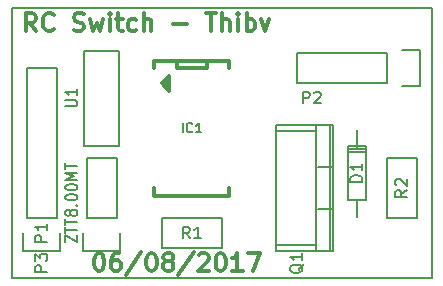
<source format=gto>
G04 #@! TF.FileFunction,Legend,Top*
%FSLAX46Y46*%
G04 Gerber Fmt 4.6, Leading zero omitted, Abs format (unit mm)*
G04 Created by KiCad (PCBNEW 4.0.2+dfsg1-stable) date dim. 06 août 2017 22:37:32 CEST*
%MOMM*%
G01*
G04 APERTURE LIST*
%ADD10C,0.100000*%
%ADD11C,0.300000*%
%ADD12C,0.200000*%
%ADD13C,0.150000*%
%ADD14C,0.350000*%
%ADD15C,0.127000*%
G04 APERTURE END LIST*
D10*
D11*
X139407144Y-116018571D02*
X139550001Y-116018571D01*
X139692858Y-116090000D01*
X139764287Y-116161429D01*
X139835716Y-116304286D01*
X139907144Y-116590000D01*
X139907144Y-116947143D01*
X139835716Y-117232857D01*
X139764287Y-117375714D01*
X139692858Y-117447143D01*
X139550001Y-117518571D01*
X139407144Y-117518571D01*
X139264287Y-117447143D01*
X139192858Y-117375714D01*
X139121430Y-117232857D01*
X139050001Y-116947143D01*
X139050001Y-116590000D01*
X139121430Y-116304286D01*
X139192858Y-116161429D01*
X139264287Y-116090000D01*
X139407144Y-116018571D01*
X141192858Y-116018571D02*
X140907144Y-116018571D01*
X140764287Y-116090000D01*
X140692858Y-116161429D01*
X140550001Y-116375714D01*
X140478572Y-116661429D01*
X140478572Y-117232857D01*
X140550001Y-117375714D01*
X140621429Y-117447143D01*
X140764287Y-117518571D01*
X141050001Y-117518571D01*
X141192858Y-117447143D01*
X141264287Y-117375714D01*
X141335715Y-117232857D01*
X141335715Y-116875714D01*
X141264287Y-116732857D01*
X141192858Y-116661429D01*
X141050001Y-116590000D01*
X140764287Y-116590000D01*
X140621429Y-116661429D01*
X140550001Y-116732857D01*
X140478572Y-116875714D01*
X143050000Y-115947143D02*
X141764286Y-117875714D01*
X143835715Y-116018571D02*
X143978572Y-116018571D01*
X144121429Y-116090000D01*
X144192858Y-116161429D01*
X144264287Y-116304286D01*
X144335715Y-116590000D01*
X144335715Y-116947143D01*
X144264287Y-117232857D01*
X144192858Y-117375714D01*
X144121429Y-117447143D01*
X143978572Y-117518571D01*
X143835715Y-117518571D01*
X143692858Y-117447143D01*
X143621429Y-117375714D01*
X143550001Y-117232857D01*
X143478572Y-116947143D01*
X143478572Y-116590000D01*
X143550001Y-116304286D01*
X143621429Y-116161429D01*
X143692858Y-116090000D01*
X143835715Y-116018571D01*
X145192858Y-116661429D02*
X145050000Y-116590000D01*
X144978572Y-116518571D01*
X144907143Y-116375714D01*
X144907143Y-116304286D01*
X144978572Y-116161429D01*
X145050000Y-116090000D01*
X145192858Y-116018571D01*
X145478572Y-116018571D01*
X145621429Y-116090000D01*
X145692858Y-116161429D01*
X145764286Y-116304286D01*
X145764286Y-116375714D01*
X145692858Y-116518571D01*
X145621429Y-116590000D01*
X145478572Y-116661429D01*
X145192858Y-116661429D01*
X145050000Y-116732857D01*
X144978572Y-116804286D01*
X144907143Y-116947143D01*
X144907143Y-117232857D01*
X144978572Y-117375714D01*
X145050000Y-117447143D01*
X145192858Y-117518571D01*
X145478572Y-117518571D01*
X145621429Y-117447143D01*
X145692858Y-117375714D01*
X145764286Y-117232857D01*
X145764286Y-116947143D01*
X145692858Y-116804286D01*
X145621429Y-116732857D01*
X145478572Y-116661429D01*
X147478571Y-115947143D02*
X146192857Y-117875714D01*
X147907143Y-116161429D02*
X147978572Y-116090000D01*
X148121429Y-116018571D01*
X148478572Y-116018571D01*
X148621429Y-116090000D01*
X148692858Y-116161429D01*
X148764286Y-116304286D01*
X148764286Y-116447143D01*
X148692858Y-116661429D01*
X147835715Y-117518571D01*
X148764286Y-117518571D01*
X149692857Y-116018571D02*
X149835714Y-116018571D01*
X149978571Y-116090000D01*
X150050000Y-116161429D01*
X150121429Y-116304286D01*
X150192857Y-116590000D01*
X150192857Y-116947143D01*
X150121429Y-117232857D01*
X150050000Y-117375714D01*
X149978571Y-117447143D01*
X149835714Y-117518571D01*
X149692857Y-117518571D01*
X149550000Y-117447143D01*
X149478571Y-117375714D01*
X149407143Y-117232857D01*
X149335714Y-116947143D01*
X149335714Y-116590000D01*
X149407143Y-116304286D01*
X149478571Y-116161429D01*
X149550000Y-116090000D01*
X149692857Y-116018571D01*
X151621428Y-117518571D02*
X150764285Y-117518571D01*
X151192857Y-117518571D02*
X151192857Y-116018571D01*
X151050000Y-116232857D01*
X150907142Y-116375714D01*
X150764285Y-116447143D01*
X152121428Y-116018571D02*
X153121428Y-116018571D01*
X152478571Y-117518571D01*
X134117143Y-97198571D02*
X133617143Y-96484286D01*
X133260000Y-97198571D02*
X133260000Y-95698571D01*
X133831428Y-95698571D01*
X133974286Y-95770000D01*
X134045714Y-95841429D01*
X134117143Y-95984286D01*
X134117143Y-96198571D01*
X134045714Y-96341429D01*
X133974286Y-96412857D01*
X133831428Y-96484286D01*
X133260000Y-96484286D01*
X135617143Y-97055714D02*
X135545714Y-97127143D01*
X135331428Y-97198571D01*
X135188571Y-97198571D01*
X134974286Y-97127143D01*
X134831428Y-96984286D01*
X134760000Y-96841429D01*
X134688571Y-96555714D01*
X134688571Y-96341429D01*
X134760000Y-96055714D01*
X134831428Y-95912857D01*
X134974286Y-95770000D01*
X135188571Y-95698571D01*
X135331428Y-95698571D01*
X135545714Y-95770000D01*
X135617143Y-95841429D01*
X137331428Y-97127143D02*
X137545714Y-97198571D01*
X137902857Y-97198571D01*
X138045714Y-97127143D01*
X138117143Y-97055714D01*
X138188571Y-96912857D01*
X138188571Y-96770000D01*
X138117143Y-96627143D01*
X138045714Y-96555714D01*
X137902857Y-96484286D01*
X137617143Y-96412857D01*
X137474285Y-96341429D01*
X137402857Y-96270000D01*
X137331428Y-96127143D01*
X137331428Y-95984286D01*
X137402857Y-95841429D01*
X137474285Y-95770000D01*
X137617143Y-95698571D01*
X137974285Y-95698571D01*
X138188571Y-95770000D01*
X138688571Y-96198571D02*
X138974285Y-97198571D01*
X139259999Y-96484286D01*
X139545714Y-97198571D01*
X139831428Y-96198571D01*
X140402857Y-97198571D02*
X140402857Y-96198571D01*
X140402857Y-95698571D02*
X140331428Y-95770000D01*
X140402857Y-95841429D01*
X140474285Y-95770000D01*
X140402857Y-95698571D01*
X140402857Y-95841429D01*
X140902857Y-96198571D02*
X141474286Y-96198571D01*
X141117143Y-95698571D02*
X141117143Y-96984286D01*
X141188571Y-97127143D01*
X141331429Y-97198571D01*
X141474286Y-97198571D01*
X142617143Y-97127143D02*
X142474286Y-97198571D01*
X142188572Y-97198571D01*
X142045714Y-97127143D01*
X141974286Y-97055714D01*
X141902857Y-96912857D01*
X141902857Y-96484286D01*
X141974286Y-96341429D01*
X142045714Y-96270000D01*
X142188572Y-96198571D01*
X142474286Y-96198571D01*
X142617143Y-96270000D01*
X143260000Y-97198571D02*
X143260000Y-95698571D01*
X143902857Y-97198571D02*
X143902857Y-96412857D01*
X143831428Y-96270000D01*
X143688571Y-96198571D01*
X143474286Y-96198571D01*
X143331428Y-96270000D01*
X143260000Y-96341429D01*
X145760000Y-96627143D02*
X146902857Y-96627143D01*
X148545714Y-95698571D02*
X149402857Y-95698571D01*
X148974286Y-97198571D02*
X148974286Y-95698571D01*
X149902857Y-97198571D02*
X149902857Y-95698571D01*
X150545714Y-97198571D02*
X150545714Y-96412857D01*
X150474285Y-96270000D01*
X150331428Y-96198571D01*
X150117143Y-96198571D01*
X149974285Y-96270000D01*
X149902857Y-96341429D01*
X151260000Y-97198571D02*
X151260000Y-96198571D01*
X151260000Y-95698571D02*
X151188571Y-95770000D01*
X151260000Y-95841429D01*
X151331428Y-95770000D01*
X151260000Y-95698571D01*
X151260000Y-95841429D01*
X151974286Y-97198571D02*
X151974286Y-95698571D01*
X151974286Y-96270000D02*
X152117143Y-96198571D01*
X152402857Y-96198571D01*
X152545714Y-96270000D01*
X152617143Y-96341429D01*
X152688572Y-96484286D01*
X152688572Y-96912857D01*
X152617143Y-97055714D01*
X152545714Y-97127143D01*
X152402857Y-97198571D01*
X152117143Y-97198571D01*
X151974286Y-97127143D01*
X153188572Y-96198571D02*
X153545715Y-97198571D01*
X153902857Y-96198571D01*
D12*
X167640000Y-116840000D02*
X167640000Y-95250000D01*
X132080000Y-116840000D02*
X132080000Y-95250000D01*
X167640000Y-118110000D02*
X167640000Y-116840000D01*
X132080000Y-118110000D02*
X167640000Y-118110000D01*
X132080000Y-116840000D02*
X132080000Y-118110000D01*
X167640000Y-95250000D02*
X132080000Y-95250000D01*
D13*
X161292540Y-111506520D02*
X161292540Y-112903520D01*
X161292540Y-107061520D02*
X161292540Y-105537520D01*
X162054540Y-107442520D02*
X160530540Y-107442520D01*
X162054540Y-107188520D02*
X160530540Y-107188520D01*
X161292540Y-106934520D02*
X160530540Y-106934520D01*
X160530540Y-106934520D02*
X160530540Y-111506520D01*
X160530540Y-111506520D02*
X162054540Y-111506520D01*
X162054540Y-111506520D02*
X162054540Y-106934520D01*
X162054540Y-106934520D02*
X161292540Y-106934520D01*
D14*
X144145000Y-110490000D02*
X144145000Y-111125000D01*
X144145000Y-111125000D02*
X150495000Y-111125000D01*
X150495000Y-111125000D02*
X150495000Y-110490000D01*
X148590000Y-99695000D02*
X148590000Y-100330000D01*
X148590000Y-100330000D02*
X146050000Y-100330000D01*
X146050000Y-100330000D02*
X146050000Y-99695000D01*
X144145000Y-100330000D02*
X144145000Y-99695000D01*
X144145000Y-99695000D02*
X150495000Y-99695000D01*
X150495000Y-99695000D02*
X150495000Y-100330000D01*
X144780000Y-101600000D02*
X145415000Y-100965000D01*
X145415000Y-100965000D02*
X145415000Y-102235000D01*
X145415000Y-102235000D02*
X144780000Y-101600000D01*
X144780000Y-101600000D02*
X145415000Y-101600000D01*
D13*
X138150000Y-114300000D02*
X138150000Y-115850000D01*
X138150000Y-115850000D02*
X141250000Y-115850000D01*
X141250000Y-115850000D02*
X141250000Y-114300000D01*
X138430000Y-113030000D02*
X138430000Y-107950000D01*
X138430000Y-107950000D02*
X140970000Y-107950000D01*
X140970000Y-107950000D02*
X140970000Y-113030000D01*
X140970000Y-113030000D02*
X138430000Y-113030000D01*
X163830000Y-101600000D02*
X156210000Y-101600000D01*
X163830000Y-99060000D02*
X156210000Y-99060000D01*
X166650000Y-98780000D02*
X165100000Y-98780000D01*
X156210000Y-101600000D02*
X156210000Y-99060000D01*
X163830000Y-99060000D02*
X163830000Y-101600000D01*
X165100000Y-101880000D02*
X166650000Y-101880000D01*
X166650000Y-101880000D02*
X166650000Y-98780000D01*
X135890000Y-113030000D02*
X135890000Y-100330000D01*
X135890000Y-100330000D02*
X133350000Y-100330000D01*
X133350000Y-100330000D02*
X133350000Y-113030000D01*
X136170000Y-115850000D02*
X136170000Y-114300000D01*
X135890000Y-113030000D02*
X133350000Y-113030000D01*
X133070000Y-114300000D02*
X133070000Y-115850000D01*
X133070000Y-115850000D02*
X136170000Y-115850000D01*
X157861000Y-115316000D02*
X154432000Y-115316000D01*
X157861000Y-105664000D02*
X154432000Y-105664000D01*
X159004000Y-115824000D02*
X159004000Y-105156000D01*
X157988000Y-112268000D02*
X159258000Y-112268000D01*
X157988000Y-108712000D02*
X159258000Y-108712000D01*
X157861000Y-105156000D02*
X157861000Y-115824000D01*
X154432000Y-115824000D02*
X154432000Y-105156000D01*
X159258000Y-105156000D02*
X154432000Y-105156000D01*
X159258000Y-115824000D02*
X154432000Y-115824000D01*
X159258000Y-115824000D02*
X159258000Y-105156000D01*
X149860000Y-115570000D02*
X144780000Y-115570000D01*
X144780000Y-115570000D02*
X144780000Y-113030000D01*
X144780000Y-113030000D02*
X149860000Y-113030000D01*
X149860000Y-113030000D02*
X149860000Y-115570000D01*
X163830000Y-113030000D02*
X163830000Y-107950000D01*
X163830000Y-107950000D02*
X166370000Y-107950000D01*
X166370000Y-107950000D02*
X166370000Y-113030000D01*
X166370000Y-113030000D02*
X163830000Y-113030000D01*
D15*
X138200000Y-106910000D02*
X138200000Y-98910000D01*
X138200000Y-98910000D02*
X141200000Y-98910000D01*
X141200000Y-98910000D02*
X141200000Y-106910000D01*
X141200000Y-106910000D02*
X138200000Y-106910000D01*
D13*
X161742381Y-109958095D02*
X160742381Y-109958095D01*
X160742381Y-109720000D01*
X160790000Y-109577142D01*
X160885238Y-109481904D01*
X160980476Y-109434285D01*
X161170952Y-109386666D01*
X161313810Y-109386666D01*
X161504286Y-109434285D01*
X161599524Y-109481904D01*
X161694762Y-109577142D01*
X161742381Y-109720000D01*
X161742381Y-109958095D01*
X161742381Y-108434285D02*
X161742381Y-109005714D01*
X161742381Y-108720000D02*
X160742381Y-108720000D01*
X160885238Y-108815238D01*
X160980476Y-108910476D01*
X161028095Y-109005714D01*
X146539048Y-105771905D02*
X146539048Y-104971905D01*
X147377143Y-105695714D02*
X147339048Y-105733810D01*
X147224762Y-105771905D01*
X147148572Y-105771905D01*
X147034286Y-105733810D01*
X146958095Y-105657619D01*
X146920000Y-105581429D01*
X146881905Y-105429048D01*
X146881905Y-105314762D01*
X146920000Y-105162381D01*
X146958095Y-105086190D01*
X147034286Y-105010000D01*
X147148572Y-104971905D01*
X147224762Y-104971905D01*
X147339048Y-105010000D01*
X147377143Y-105048095D01*
X148139048Y-105771905D02*
X147681905Y-105771905D01*
X147910476Y-105771905D02*
X147910476Y-104971905D01*
X147834286Y-105086190D01*
X147758095Y-105162381D01*
X147681905Y-105200476D01*
X135052381Y-115038095D02*
X134052381Y-115038095D01*
X134052381Y-114657142D01*
X134100000Y-114561904D01*
X134147619Y-114514285D01*
X134242857Y-114466666D01*
X134385714Y-114466666D01*
X134480952Y-114514285D01*
X134528571Y-114561904D01*
X134576190Y-114657142D01*
X134576190Y-115038095D01*
X135052381Y-113514285D02*
X135052381Y-114085714D01*
X135052381Y-113800000D02*
X134052381Y-113800000D01*
X134195238Y-113895238D01*
X134290476Y-113990476D01*
X134338095Y-114085714D01*
X156741905Y-103322381D02*
X156741905Y-102322381D01*
X157122858Y-102322381D01*
X157218096Y-102370000D01*
X157265715Y-102417619D01*
X157313334Y-102512857D01*
X157313334Y-102655714D01*
X157265715Y-102750952D01*
X157218096Y-102798571D01*
X157122858Y-102846190D01*
X156741905Y-102846190D01*
X157694286Y-102417619D02*
X157741905Y-102370000D01*
X157837143Y-102322381D01*
X158075239Y-102322381D01*
X158170477Y-102370000D01*
X158218096Y-102417619D01*
X158265715Y-102512857D01*
X158265715Y-102608095D01*
X158218096Y-102750952D01*
X157646667Y-103322381D01*
X158265715Y-103322381D01*
X135072381Y-117578095D02*
X134072381Y-117578095D01*
X134072381Y-117197142D01*
X134120000Y-117101904D01*
X134167619Y-117054285D01*
X134262857Y-117006666D01*
X134405714Y-117006666D01*
X134500952Y-117054285D01*
X134548571Y-117101904D01*
X134596190Y-117197142D01*
X134596190Y-117578095D01*
X134072381Y-116673333D02*
X134072381Y-116054285D01*
X134453333Y-116387619D01*
X134453333Y-116244761D01*
X134500952Y-116149523D01*
X134548571Y-116101904D01*
X134643810Y-116054285D01*
X134881905Y-116054285D01*
X134977143Y-116101904D01*
X135024762Y-116149523D01*
X135072381Y-116244761D01*
X135072381Y-116530476D01*
X135024762Y-116625714D01*
X134977143Y-116673333D01*
X156757619Y-116935238D02*
X156710000Y-117030476D01*
X156614762Y-117125714D01*
X156471905Y-117268571D01*
X156424286Y-117363810D01*
X156424286Y-117459048D01*
X156662381Y-117411429D02*
X156614762Y-117506667D01*
X156519524Y-117601905D01*
X156329048Y-117649524D01*
X155995714Y-117649524D01*
X155805238Y-117601905D01*
X155710000Y-117506667D01*
X155662381Y-117411429D01*
X155662381Y-117220952D01*
X155710000Y-117125714D01*
X155805238Y-117030476D01*
X155995714Y-116982857D01*
X156329048Y-116982857D01*
X156519524Y-117030476D01*
X156614762Y-117125714D01*
X156662381Y-117220952D01*
X156662381Y-117411429D01*
X156662381Y-116030476D02*
X156662381Y-116601905D01*
X156662381Y-116316191D02*
X155662381Y-116316191D01*
X155805238Y-116411429D01*
X155900476Y-116506667D01*
X155948095Y-116601905D01*
X147153334Y-114752381D02*
X146820000Y-114276190D01*
X146581905Y-114752381D02*
X146581905Y-113752381D01*
X146962858Y-113752381D01*
X147058096Y-113800000D01*
X147105715Y-113847619D01*
X147153334Y-113942857D01*
X147153334Y-114085714D01*
X147105715Y-114180952D01*
X147058096Y-114228571D01*
X146962858Y-114276190D01*
X146581905Y-114276190D01*
X148105715Y-114752381D02*
X147534286Y-114752381D01*
X147820000Y-114752381D02*
X147820000Y-113752381D01*
X147724762Y-113895238D01*
X147629524Y-113990476D01*
X147534286Y-114038095D01*
X165552381Y-110656666D02*
X165076190Y-110990000D01*
X165552381Y-111228095D02*
X164552381Y-111228095D01*
X164552381Y-110847142D01*
X164600000Y-110751904D01*
X164647619Y-110704285D01*
X164742857Y-110656666D01*
X164885714Y-110656666D01*
X164980952Y-110704285D01*
X165028571Y-110751904D01*
X165076190Y-110847142D01*
X165076190Y-111228095D01*
X164647619Y-110275714D02*
X164600000Y-110228095D01*
X164552381Y-110132857D01*
X164552381Y-109894761D01*
X164600000Y-109799523D01*
X164647619Y-109751904D01*
X164742857Y-109704285D01*
X164838095Y-109704285D01*
X164980952Y-109751904D01*
X165552381Y-110323333D01*
X165552381Y-109704285D01*
X136612381Y-103555714D02*
X137421905Y-103555714D01*
X137517143Y-103512857D01*
X137564762Y-103470000D01*
X137612381Y-103384286D01*
X137612381Y-103212857D01*
X137564762Y-103127143D01*
X137517143Y-103084286D01*
X137421905Y-103041429D01*
X136612381Y-103041429D01*
X137612381Y-102141429D02*
X137612381Y-102655714D01*
X137612381Y-102398572D02*
X136612381Y-102398572D01*
X136755238Y-102484286D01*
X136850476Y-102570000D01*
X136898095Y-102655714D01*
X136612381Y-115102857D02*
X136612381Y-114502857D01*
X137612381Y-115102857D01*
X137612381Y-114502857D01*
X136612381Y-114288571D02*
X136612381Y-113774285D01*
X137612381Y-114031428D02*
X136612381Y-114031428D01*
X136612381Y-113602857D02*
X136612381Y-113088571D01*
X137612381Y-113345714D02*
X136612381Y-113345714D01*
X137040952Y-112660000D02*
X136993333Y-112745714D01*
X136945714Y-112788571D01*
X136850476Y-112831428D01*
X136802857Y-112831428D01*
X136707619Y-112788571D01*
X136660000Y-112745714D01*
X136612381Y-112660000D01*
X136612381Y-112488571D01*
X136660000Y-112402857D01*
X136707619Y-112360000D01*
X136802857Y-112317143D01*
X136850476Y-112317143D01*
X136945714Y-112360000D01*
X136993333Y-112402857D01*
X137040952Y-112488571D01*
X137040952Y-112660000D01*
X137088571Y-112745714D01*
X137136190Y-112788571D01*
X137231429Y-112831428D01*
X137421905Y-112831428D01*
X137517143Y-112788571D01*
X137564762Y-112745714D01*
X137612381Y-112660000D01*
X137612381Y-112488571D01*
X137564762Y-112402857D01*
X137517143Y-112360000D01*
X137421905Y-112317143D01*
X137231429Y-112317143D01*
X137136190Y-112360000D01*
X137088571Y-112402857D01*
X137040952Y-112488571D01*
X137517143Y-111931428D02*
X137564762Y-111888571D01*
X137612381Y-111931428D01*
X137564762Y-111974285D01*
X137517143Y-111931428D01*
X137612381Y-111931428D01*
X136612381Y-111331429D02*
X136612381Y-111245714D01*
X136660000Y-111160000D01*
X136707619Y-111117143D01*
X136802857Y-111074286D01*
X136993333Y-111031429D01*
X137231429Y-111031429D01*
X137421905Y-111074286D01*
X137517143Y-111117143D01*
X137564762Y-111160000D01*
X137612381Y-111245714D01*
X137612381Y-111331429D01*
X137564762Y-111417143D01*
X137517143Y-111460000D01*
X137421905Y-111502857D01*
X137231429Y-111545714D01*
X136993333Y-111545714D01*
X136802857Y-111502857D01*
X136707619Y-111460000D01*
X136660000Y-111417143D01*
X136612381Y-111331429D01*
X136612381Y-110474286D02*
X136612381Y-110388571D01*
X136660000Y-110302857D01*
X136707619Y-110260000D01*
X136802857Y-110217143D01*
X136993333Y-110174286D01*
X137231429Y-110174286D01*
X137421905Y-110217143D01*
X137517143Y-110260000D01*
X137564762Y-110302857D01*
X137612381Y-110388571D01*
X137612381Y-110474286D01*
X137564762Y-110560000D01*
X137517143Y-110602857D01*
X137421905Y-110645714D01*
X137231429Y-110688571D01*
X136993333Y-110688571D01*
X136802857Y-110645714D01*
X136707619Y-110602857D01*
X136660000Y-110560000D01*
X136612381Y-110474286D01*
X137612381Y-109788571D02*
X136612381Y-109788571D01*
X137326667Y-109488571D01*
X136612381Y-109188571D01*
X137612381Y-109188571D01*
X136612381Y-108888572D02*
X136612381Y-108374286D01*
X137612381Y-108631429D02*
X136612381Y-108631429D01*
M02*

</source>
